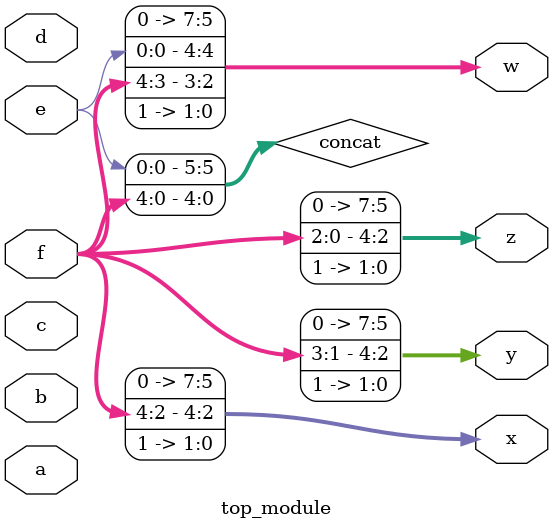
<source format=sv>
module top_module (
    input [4:0] a,
    input [4:0] b,
    input [4:0] c,
    input [4:0] d,
    input [4:0] e,
    input [4:0] f,
    output reg [7:0] w,
    output reg [7:0] x,
    output reg [7:0] y,
    output reg [7:0] z
);

    // Concatenation
    wire [5:0] concat;
    assign concat = {a, b, c, d, e, f};

    // Output assignments
    assign w = {concat[5:3], 2'b11};
    assign x = {concat[4:2], 2'b11};
    assign y = {concat[3:1], 2'b11};
    assign z = {concat[2:0], 2'b11};

endmodule

</source>
